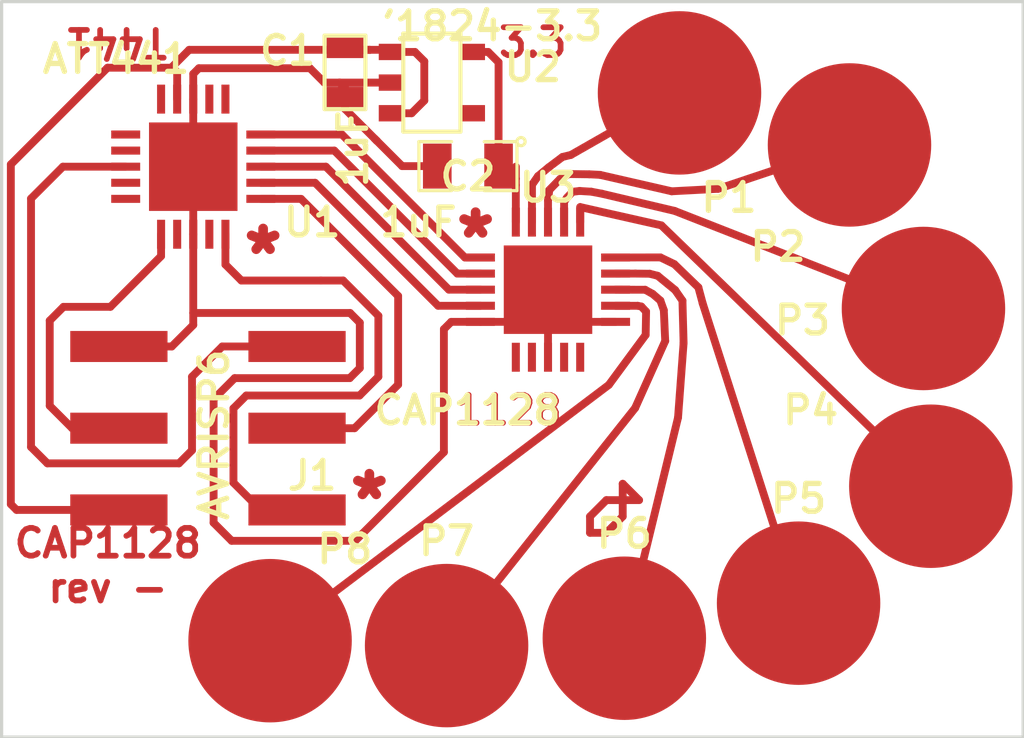
<source format=kicad_pcb>
(kicad_pcb (version 3) (host pcbnew "(2013-jul-07)-stable")

  (general
    (links 32)
    (no_connects 0)
    (area 48.717999 26.111999 80.852856 50.18539)
    (thickness 1.6)
    (drawings 11)
    (tracks 175)
    (zones 0)
    (modules 14)
    (nets 20)
  )

  (page User 139.7 139.7)
  (layers
    (15 F.Cu signal)
    (0 B.Cu signal)
    (16 B.Adhes user)
    (17 F.Adhes user)
    (18 B.Paste user)
    (19 F.Paste user)
    (20 B.SilkS user)
    (21 F.SilkS user)
    (22 B.Mask user)
    (23 F.Mask user)
    (24 Dwgs.User user)
    (25 Cmts.User user)
    (26 Eco1.User user)
    (27 Eco2.User user)
    (28 Edge.Cuts user)
  )

  (setup
    (last_trace_width 0.24384)
    (trace_clearance 0.24384)
    (zone_clearance 0.508)
    (zone_45_only no)
    (trace_min 0.2413)
    (segment_width 0.2)
    (edge_width 0.1)
    (via_size 0.889)
    (via_drill 0.635)
    (via_min_size 0.889)
    (via_min_drill 0.508)
    (uvia_size 0.508)
    (uvia_drill 0.127)
    (uvias_allowed no)
    (uvia_min_size 0.508)
    (uvia_min_drill 0.127)
    (pcb_text_width 0.3)
    (pcb_text_size 1.5 1.5)
    (mod_edge_width 0.15)
    (mod_text_size 0.8636 0.8636)
    (mod_text_width 0.1651)
    (pad_size 1.5 1.5)
    (pad_drill 0.6)
    (pad_to_mask_clearance 0)
    (aux_axis_origin 0 0)
    (visible_elements FFFFFFBF)
    (pcbplotparams
      (layerselection 32768)
      (usegerberextensions false)
      (excludeedgelayer false)
      (linewidth 0.150000)
      (plotframeref false)
      (viasonmask false)
      (mode 1)
      (useauxorigin false)
      (hpglpennumber 1)
      (hpglpenspeed 20)
      (hpglpendiameter 15)
      (hpglpenoverlay 2)
      (psnegative false)
      (psa4output false)
      (plotreference true)
      (plotvalue true)
      (plotothertext true)
      (plotinvisibletext false)
      (padsonsilk false)
      (subtractmaskfromsilk false)
      (outputformat 2)
      (mirror false)
      (drillshape 0)
      (scaleselection 1)
      (outputdirectory ""))
  )

  (net 0 "")
  (net 1 +3.3V)
  (net 2 GND)
  (net 3 N-0000015)
  (net 4 N-0000016)
  (net 5 N-0000017)
  (net 6 N-0000018)
  (net 7 SPCLK)
  (net 8 SPCS)
  (net 9 SPMISO)
  (net 10 SPMOSI)
  (net 11 T0)
  (net 12 T1)
  (net 13 T2)
  (net 14 T3)
  (net 15 T4)
  (net 16 T5)
  (net 17 T6)
  (net 18 T7)
  (net 19 VCC)

  (net_class Default "This is the default net class."
    (clearance 0.24384)
    (trace_width 0.24384)
    (via_dia 0.889)
    (via_drill 0.635)
    (uvia_dia 0.508)
    (uvia_drill 0.127)
    (add_net "")
    (add_net +3.3V)
    (add_net GND)
    (add_net N-0000015)
    (add_net N-0000016)
    (add_net N-0000017)
    (add_net N-0000018)
    (add_net SPCLK)
    (add_net SPCS)
    (add_net SPMISO)
    (add_net SPMOSI)
    (add_net T0)
    (add_net T1)
    (add_net T2)
    (add_net T3)
    (add_net T4)
    (add_net T5)
    (add_net T6)
    (add_net T7)
    (add_net VCC)
  )

  (module SM0805 (layer F.Cu) (tedit 57291C58) (tstamp 57291740)
    (at 63.26124 31.27502 180)
    (path /57290628)
    (attr smd)
    (fp_text reference C2 (at 0 -0.3175 180) (layer F.SilkS)
      (effects (font (size 0.8636 0.8636) (thickness 0.1651)))
    )
    (fp_text value 1uF (at 1.53924 -1.74498 180) (layer F.SilkS)
      (effects (font (size 0.8636 0.8636) (thickness 0.1651)))
    )
    (fp_circle (center -1.651 0.762) (end -1.651 0.635) (layer F.SilkS) (width 0.09906))
    (fp_line (start -0.508 0.762) (end -1.524 0.762) (layer F.SilkS) (width 0.09906))
    (fp_line (start -1.524 0.762) (end -1.524 -0.762) (layer F.SilkS) (width 0.09906))
    (fp_line (start -1.524 -0.762) (end -0.508 -0.762) (layer F.SilkS) (width 0.09906))
    (fp_line (start 0.508 -0.762) (end 1.524 -0.762) (layer F.SilkS) (width 0.09906))
    (fp_line (start 1.524 -0.762) (end 1.524 0.762) (layer F.SilkS) (width 0.09906))
    (fp_line (start 1.524 0.762) (end 0.508 0.762) (layer F.SilkS) (width 0.09906))
    (pad 1 smd rect (at -0.9525 0 180) (size 0.889 1.397)
      (layers F.Cu F.Paste F.Mask)
      (net 1 +3.3V)
    )
    (pad 2 smd rect (at 0.9525 0 180) (size 0.889 1.397)
      (layers F.Cu F.Paste F.Mask)
      (net 2 GND)
    )
    (model smd/chip_cms.wrl
      (at (xyz 0 0 0))
      (scale (xyz 0.1 0.1 0.1))
      (rotate (xyz 0 0 0))
    )
  )

  (module SM0603 (layer F.Cu) (tedit 57291C65) (tstamp 5729174A)
    (at 59.44108 28.36164 270)
    (path /572904A9)
    (attr smd)
    (fp_text reference C1 (at -0.67564 1.78308 360) (layer F.SilkS)
      (effects (font (size 0.8636 0.8636) (thickness 0.1651)))
    )
    (fp_text value 1uF (at 2.37236 -0.24892 270) (layer F.SilkS)
      (effects (font (size 0.8636 0.8636) (thickness 0.1651)))
    )
    (fp_line (start -1.143 -0.635) (end 1.143 -0.635) (layer F.SilkS) (width 0.127))
    (fp_line (start 1.143 -0.635) (end 1.143 0.635) (layer F.SilkS) (width 0.127))
    (fp_line (start 1.143 0.635) (end -1.143 0.635) (layer F.SilkS) (width 0.127))
    (fp_line (start -1.143 0.635) (end -1.143 -0.635) (layer F.SilkS) (width 0.127))
    (pad 1 smd rect (at -0.762 0 270) (size 0.635 1.143)
      (layers F.Cu F.Paste F.Mask)
      (net 19 VCC)
    )
    (pad 2 smd rect (at 0.762 0 270) (size 0.635 1.143)
      (layers F.Cu F.Paste F.Mask)
      (net 2 GND)
    )
    (model smd\resistors\R0603.wrl
      (at (xyz 0 0 0.001))
      (scale (xyz 0.5 0.5 0.5))
      (rotate (xyz 0 0 0))
    )
  )

  (module SOT23-5 (layer F.Cu) (tedit 57291C55) (tstamp 5729176F)
    (at 62.1411 28.67914 270)
    (path /572914E7)
    (attr smd)
    (fp_text reference U2 (at -0.48514 -3.1369 360) (layer F.SilkS)
      (effects (font (size 0.8636 0.8636) (thickness 0.1651)))
    )
    (fp_text value '1824-3.3 (at -1.75514 -1.8669 360) (layer F.SilkS)
      (effects (font (size 0.8636 0.8636) (thickness 0.1651)))
    )
    (fp_line (start 1.524 -0.889) (end 1.524 0.889) (layer F.SilkS) (width 0.127))
    (fp_line (start 1.524 0.889) (end -1.524 0.889) (layer F.SilkS) (width 0.127))
    (fp_line (start -1.524 0.889) (end -1.524 -0.889) (layer F.SilkS) (width 0.127))
    (fp_line (start -1.524 -0.889) (end 1.524 -0.889) (layer F.SilkS) (width 0.127))
    (pad 1 smd rect (at -0.9525 1.27 270) (size 0.508 0.762)
      (layers F.Cu F.Paste F.Mask)
      (net 19 VCC)
    )
    (pad 3 smd rect (at 0.9525 1.27 270) (size 0.508 0.762)
      (layers F.Cu F.Paste F.Mask)
      (net 19 VCC)
    )
    (pad 5 smd rect (at -0.9525 -1.27 270) (size 0.508 0.762)
      (layers F.Cu F.Paste F.Mask)
      (net 1 +3.3V)
    )
    (pad 2 smd rect (at 0 1.27 270) (size 0.508 0.762)
      (layers F.Cu F.Paste F.Mask)
      (net 2 GND)
    )
    (pad 4 smd rect (at 0.9525 -1.27 270) (size 0.508 0.762)
      (layers F.Cu F.Paste F.Mask)
    )
    (model smd/SOT23_5.wrl
      (at (xyz 0 0 0))
      (scale (xyz 0.1 0.1 0.1))
      (rotate (xyz 0 0 0))
    )
  )

  (module QFN20 (layer F.Cu) (tedit 57291C4A) (tstamp 57291788)
    (at 54.7243 31.2928 180)
    (path /5728FD12)
    (fp_text reference U1 (at -3.6957 -1.7272 180) (layer F.SilkS)
      (effects (font (size 0.8636 0.8636) (thickness 0.1651)))
    )
    (fp_text value ATT441 (at 2.4003 3.3528 180) (layer F.SilkS)
      (effects (font (size 0.8636 0.8636) (thickness 0.1651)))
    )
    (pad 21 smd rect (at 0 0 180) (size 2.75 2.75)
      (layers F.Cu F.Paste F.Mask)
      (net 2 GND)
    )
    (pad 1 smd rect (at -2.1 -1 180) (size 0.9 0.25)
      (layers F.Cu F.Paste F.Mask)
      (net 3 N-0000015)
    )
    (pad 2 smd rect (at -2.1 -0.5 180) (size 0.9 0.25)
      (layers F.Cu F.Paste F.Mask)
      (net 7 SPCLK)
    )
    (pad 3 smd rect (at -2.1 0 180) (size 0.9 0.25)
      (layers F.Cu F.Paste F.Mask)
      (net 9 SPMISO)
    )
    (pad 4 smd rect (at -2.1 0.5 180) (size 0.9 0.25)
      (layers F.Cu F.Paste F.Mask)
      (net 10 SPMOSI)
    )
    (pad 5 smd rect (at -2.1 1 180) (size 0.9 0.25)
      (layers F.Cu F.Paste F.Mask)
      (net 8 SPCS)
    )
    (pad 6 smd rect (at -1 2.1 270) (size 0.9 0.25)
      (layers F.Cu F.Paste F.Mask)
    )
    (pad 7 smd rect (at -0.5 2.1 270) (size 0.9 0.25)
      (layers F.Cu F.Paste F.Mask)
    )
    (pad 8 smd rect (at 0 2.1 270) (size 0.9 0.25)
      (layers F.Cu F.Paste F.Mask)
      (net 2 GND)
    )
    (pad 9 smd rect (at 0.5 2.1 270) (size 0.9 0.25)
      (layers F.Cu F.Paste F.Mask)
      (net 19 VCC)
    )
    (pad 10 smd rect (at 1 2.1 270) (size 0.9 0.25)
      (layers F.Cu F.Paste F.Mask)
    )
    (pad 11 smd rect (at 2.1 1) (size 0.9 0.25)
      (layers F.Cu F.Paste F.Mask)
    )
    (pad 12 smd rect (at 2.1 0.5) (size 0.9 0.25)
      (layers F.Cu F.Paste F.Mask)
    )
    (pad 13 smd rect (at 2.1 0) (size 0.9 0.25)
      (layers F.Cu F.Paste F.Mask)
      (net 4 N-0000016)
    )
    (pad 14 smd rect (at 2.1 -0.5) (size 0.9 0.25)
      (layers F.Cu F.Paste F.Mask)
    )
    (pad 15 smd rect (at 2.1 -1) (size 0.9 0.25)
      (layers F.Cu F.Paste F.Mask)
    )
    (pad 16 smd rect (at 1 -2.1 90) (size 0.9 0.25)
      (layers F.Cu F.Paste F.Mask)
      (net 5 N-0000017)
    )
    (pad 17 smd rect (at 0.5 -2.1 90) (size 0.9 0.25)
      (layers F.Cu F.Paste F.Mask)
    )
    (pad 18 smd rect (at 0 -2.1 90) (size 0.9 0.25)
      (layers F.Cu F.Paste F.Mask)
      (net 2 GND)
    )
    (pad 19 smd rect (at -0.5 -2.1 90) (size 0.9 0.25)
      (layers F.Cu F.Paste F.Mask)
    )
    (pad 20 smd rect (at -1 -2.1 90) (size 0.9 0.25)
      (layers F.Cu F.Paste F.Mask)
      (net 6 N-0000018)
    )
  )

  (module QFN20 (layer F.Cu) (tedit 57291DE1) (tstamp 572917A1)
    (at 65.75044 35.1155)
    (path /5729052C)
    (fp_text reference U3 (at 0 -3.175) (layer F.SilkS)
      (effects (font (size 0.8636 0.8636) (thickness 0.1651)))
    )
    (fp_text value CAP1128 (at -2.50444 3.7465) (layer F.SilkS)
      (effects (font (size 0.8636 0.8636) (thickness 0.1651)))
    )
    (pad 21 smd rect (at 0 0) (size 2.75 2.75)
      (layers F.Cu F.Paste F.Mask)
      (net 2 GND)
    )
    (pad 1 smd rect (at -2.1 -1) (size 0.9 0.25)
      (layers F.Cu F.Paste F.Mask)
      (net 8 SPCS)
    )
    (pad 2 smd rect (at -2.1 -0.5) (size 0.9 0.25)
      (layers F.Cu F.Paste F.Mask)
      (net 10 SPMOSI)
    )
    (pad 3 smd rect (at -2.1 0) (size 0.9 0.25)
      (layers F.Cu F.Paste F.Mask)
      (net 9 SPMISO)
    )
    (pad 4 smd rect (at -2.1 0.5) (size 0.9 0.25)
      (layers F.Cu F.Paste F.Mask)
      (net 7 SPCLK)
    )
    (pad 5 smd rect (at -2.1 1) (size 0.9 0.25)
      (layers F.Cu F.Paste F.Mask)
      (net 2 GND)
    )
    (pad 6 smd rect (at -1 2.1 90) (size 0.9 0.25)
      (layers F.Cu F.Paste F.Mask)
    )
    (pad 7 smd rect (at -0.5 2.1 90) (size 0.9 0.25)
      (layers F.Cu F.Paste F.Mask)
    )
    (pad 8 smd rect (at 0 2.1 90) (size 0.9 0.25)
      (layers F.Cu F.Paste F.Mask)
      (net 2 GND)
    )
    (pad 9 smd rect (at 0.5 2.1 90) (size 0.9 0.25)
      (layers F.Cu F.Paste F.Mask)
    )
    (pad 10 smd rect (at 1 2.1 90) (size 0.9 0.25)
      (layers F.Cu F.Paste F.Mask)
    )
    (pad 11 smd rect (at 2.1 1 180) (size 0.9 0.25)
      (layers F.Cu F.Paste F.Mask)
      (net 2 GND)
    )
    (pad 12 smd rect (at 2.1 0.5 180) (size 0.9 0.25)
      (layers F.Cu F.Paste F.Mask)
      (net 18 T7)
    )
    (pad 13 smd rect (at 2.1 0 180) (size 0.9 0.25)
      (layers F.Cu F.Paste F.Mask)
      (net 17 T6)
    )
    (pad 14 smd rect (at 2.1 -0.5 180) (size 0.9 0.25)
      (layers F.Cu F.Paste F.Mask)
      (net 16 T5)
    )
    (pad 15 smd rect (at 2.1 -1 180) (size 0.9 0.25)
      (layers F.Cu F.Paste F.Mask)
      (net 15 T4)
    )
    (pad 16 smd rect (at 1 -2.1 270) (size 0.9 0.25)
      (layers F.Cu F.Paste F.Mask)
      (net 14 T3)
    )
    (pad 17 smd rect (at 0.5 -2.1 270) (size 0.9 0.25)
      (layers F.Cu F.Paste F.Mask)
      (net 13 T2)
    )
    (pad 18 smd rect (at 0 -2.1 270) (size 0.9 0.25)
      (layers F.Cu F.Paste F.Mask)
      (net 12 T1)
    )
    (pad 19 smd rect (at -0.5 -2.1 270) (size 0.9 0.25)
      (layers F.Cu F.Paste F.Mask)
      (net 11 T0)
    )
    (pad 20 smd rect (at -1 -2.1 270) (size 0.9 0.25)
      (layers F.Cu F.Paste F.Mask)
      (net 1 +3.3V)
    )
  )

  (module .2SMTPIN (layer F.Cu) (tedit 57291C79) (tstamp 572917A6)
    (at 69.8373 28.99918)
    (path /572917CF)
    (fp_text reference P1 (at 1.5367 3.25882) (layer F.SilkS)
      (effects (font (size 0.8636 0.8636) (thickness 0.1651)))
    )
    (fp_text value CONN_1 (at 0 3.25) (layer F.SilkS) hide
      (effects (font (size 0.8636 0.8636) (thickness 0.1651)))
    )
    (pad 1 smd circle (at 0 0) (size 5.08 5.08)
      (layers F.Cu F.Paste F.Mask)
      (net 11 T0)
    )
  )

  (module .2SMTPIN (layer F.Cu) (tedit 57291C7C) (tstamp 572917AB)
    (at 75.1205 30.61716)
    (path /57291807)
    (fp_text reference P2 (at -2.2225 3.16484) (layer F.SilkS)
      (effects (font (size 0.8636 0.8636) (thickness 0.1651)))
    )
    (fp_text value CONN_1 (at 0 3.25) (layer F.SilkS) hide
      (effects (font (size 0.8636 0.8636) (thickness 0.1651)))
    )
    (pad 1 smd circle (at 0 0) (size 5.08 5.08)
      (layers F.Cu F.Paste F.Mask)
      (net 12 T1)
    )
  )

  (module .2SMTPIN (layer F.Cu) (tedit 57291C7E) (tstamp 572917B0)
    (at 77.4192 35.6997)
    (path /5729180E)
    (fp_text reference P3 (at -3.7592 0.3683) (layer F.SilkS)
      (effects (font (size 0.8636 0.8636) (thickness 0.1651)))
    )
    (fp_text value CONN_1 (at 0 3.25) (layer F.SilkS) hide
      (effects (font (size 0.8636 0.8636) (thickness 0.1651)))
    )
    (pad 1 smd circle (at 0 0) (size 5.08 5.08)
      (layers F.Cu F.Paste F.Mask)
      (net 13 T2)
    )
  )

  (module .2SMTPIN (layer F.Cu) (tedit 57291C81) (tstamp 572917B5)
    (at 77.6478 41.2242)
    (path /57291815)
    (fp_text reference P4 (at -3.7338 -2.3622) (layer F.SilkS)
      (effects (font (size 0.8636 0.8636) (thickness 0.1651)))
    )
    (fp_text value CONN_1 (at 0 3.25) (layer F.SilkS) hide
      (effects (font (size 0.8636 0.8636) (thickness 0.1651)))
    )
    (pad 1 smd circle (at 0 0) (size 5.08 5.08)
      (layers F.Cu F.Paste F.Mask)
      (net 14 T3)
    )
  )

  (module .2SMTPIN (layer F.Cu) (tedit 57291C0D) (tstamp 572917BA)
    (at 73.53808 44.85894)
    (path /5729181C)
    (fp_text reference P5 (at 0 -3.25) (layer F.SilkS)
      (effects (font (size 0.8636 0.8636) (thickness 0.1651)))
    )
    (fp_text value CONN_1 (at 0 3.25) (layer F.SilkS) hide
      (effects (font (size 0.8636 0.8636) (thickness 0.1651)))
    )
    (pad 1 smd circle (at 0 0) (size 5.08 5.08)
      (layers F.Cu F.Paste F.Mask)
      (net 15 T4)
    )
  )

  (module .2SMTPIN (layer F.Cu) (tedit 57291C0B) (tstamp 572917BF)
    (at 68.1228 45.9486)
    (path /57291823)
    (fp_text reference P6 (at 0 -3.25) (layer F.SilkS)
      (effects (font (size 0.8636 0.8636) (thickness 0.1651)))
    )
    (fp_text value CONN_1 (at 0 3.25) (layer F.SilkS) hide
      (effects (font (size 0.8636 0.8636) (thickness 0.1651)))
    )
    (pad 1 smd circle (at 0 0) (size 5.08 5.08)
      (layers F.Cu F.Paste F.Mask)
      (net 16 T5)
    )
  )

  (module .2SMTPIN (layer F.Cu) (tedit 57291C08) (tstamp 572917C4)
    (at 62.5983 46.1772)
    (path /5729182A)
    (fp_text reference P7 (at 0 -3.25) (layer F.SilkS)
      (effects (font (size 0.8636 0.8636) (thickness 0.1651)))
    )
    (fp_text value CONN_1 (at 0 3.25) (layer F.SilkS) hide
      (effects (font (size 0.8636 0.8636) (thickness 0.1651)))
    )
    (pad 1 smd circle (at 0 0) (size 5.08 5.08)
      (layers F.Cu F.Paste F.Mask)
      (net 17 T6)
    )
  )

  (module .2SMTPIN (layer F.Cu) (tedit 57291C8D) (tstamp 572917C9)
    (at 57.1119 46.0248)
    (path /57291831)
    (fp_text reference P8 (at 2.3241 -2.8448) (layer F.SilkS)
      (effects (font (size 0.8636 0.8636) (thickness 0.1651)))
    )
    (fp_text value CONN_1 (at 0 3.25) (layer F.SilkS) hide
      (effects (font (size 0.8636 0.8636) (thickness 0.1651)))
    )
    (pad 1 smd circle (at 0 0) (size 5.08 5.08)
      (layers F.Cu F.Paste F.Mask)
      (net 18 T7)
    )
  )

  (module RIBBON6SMT (layer F.Cu) (tedit 57291CDD) (tstamp 572917D3)
    (at 52.4129 41.9608 90)
    (path /57290335)
    (fp_text reference J1 (at 1.0668 6.0071 180) (layer F.SilkS)
      (effects (font (size 0.8636 0.8636) (thickness 0.1651)))
    )
    (fp_text value AVRISP6 (at 2.3368 2.9591 90) (layer F.SilkS)
      (effects (font (size 0.8636 0.8636) (thickness 0.1651)))
    )
    (pad 2 smd rect (at 0 0 90) (size 0.9652 3.0226)
      (layers F.Cu F.Paste F.Mask)
      (net 19 VCC)
    )
    (pad 4 smd rect (at 2.54 0 90) (size 0.9652 3.0226)
      (layers F.Cu F.Paste F.Mask)
      (net 5 N-0000017)
    )
    (pad 6 smd rect (at 5.08 0 90) (size 0.9652 3.0226)
      (layers F.Cu F.Paste F.Mask)
      (net 2 GND)
    )
    (pad 1 smd rect (at 0 5.5372 90) (size 0.9652 3.0226)
      (layers F.Cu F.Paste F.Mask)
      (net 6 N-0000018)
    )
    (pad 3 smd rect (at 2.54 5.5372 90) (size 0.9652 3.0226)
      (layers F.Cu F.Paste F.Mask)
      (net 3 N-0000015)
    )
    (pad 5 smd rect (at 5.08 5.5372 90) (size 0.9652 3.0226)
      (layers F.Cu F.Paste F.Mask)
      (net 4 N-0000016)
    )
  )

  (gr_text "CAP1128\nrev -" (at 52.07 43.688) (layer F.Cu)
    (effects (font (size 0.8636 0.8636) (thickness 0.1778)))
  )
  (gr_text * (at 60.198 41.656) (layer F.Cu)
    (effects (font (size 1.5 1.5) (thickness 0.3)))
  )
  (gr_text 3.3 (at 65.278 27.432) (layer F.Cu)
    (effects (font (size 0.8636 0.8636) (thickness 0.1778)))
  )
  (gr_text 1128 (at 64.516 38.862) (layer F.Cu)
    (effects (font (size 0.8636 0.8636) (thickness 0.1778)))
  )
  (gr_text T441 (at 52.324 27.432 180) (layer F.Cu)
    (effects (font (size 0.8636 0.8636) (thickness 0.1778)))
  )
  (gr_line (start 80.518 26.162) (end 48.768 26.162) (angle 90) (layer Edge.Cuts) (width 0.1))
  (gr_line (start 80.518 49.022) (end 80.518 26.162) (angle 90) (layer Edge.Cuts) (width 0.1))
  (gr_line (start 48.768 49.022) (end 80.518 49.022) (angle 90) (layer Edge.Cuts) (width 0.1))
  (gr_line (start 48.768 26.162) (end 48.768 49.022) (angle 90) (layer Edge.Cuts) (width 0.1))
  (gr_text * (at 63.5 33.528) (layer F.Cu)
    (effects (font (size 1.5 1.5) (thickness 0.3)))
  )
  (gr_text * (at 56.896 34.036) (layer F.Cu)
    (effects (font (size 1.5 1.5) (thickness 0.3)))
  )

  (segment (start 67.056 42.672) (end 67.056 42.164) (width 0.24384) (layer F.Cu) (net 0))
  (segment (start 67.564 42.672) (end 67.056 42.672) (width 0.24384) (layer F.Cu) (net 0) (tstamp 57291BA2))
  (segment (start 68.072 42.164) (end 67.564 42.672) (width 0.24384) (layer F.Cu) (net 0) (tstamp 57291BA1))
  (segment (start 68.072 41.656) (end 68.072 42.164) (width 0.24384) (layer F.Cu) (net 0) (tstamp 57291BA0))
  (segment (start 67.564 41.656) (end 68.072 41.656) (width 0.24384) (layer F.Cu) (net 0) (tstamp 57291B9C))
  (segment (start 67.056 42.164) (end 67.564 41.656) (width 0.24384) (layer F.Cu) (net 0) (tstamp 57291B9A))
  (segment (start 68.072 41.656) (end 68.072 41.148) (width 0.24384) (layer F.Cu) (net 0) (tstamp 57291B9D))
  (segment (start 68.072 41.148) (end 68.58 41.656) (width 0.24384) (layer F.Cu) (net 0) (tstamp 57291B9E))
  (segment (start 68.58 41.656) (end 68.072 41.656) (width 0.24384) (layer F.Cu) (net 0) (tstamp 57291B9F))
  (segment (start 64.21374 31.27502) (end 64.21374 28.04922) (width 0.24384) (layer F.Cu) (net 1))
  (segment (start 63.89116 27.72664) (end 63.4111 27.72664) (width 0.24384) (layer F.Cu) (net 1) (tstamp 57291B92))
  (segment (start 64.21374 28.04922) (end 63.89116 27.72664) (width 0.24384) (layer F.Cu) (net 1) (tstamp 57291B91))
  (segment (start 64.75044 31.66618) (end 64.6049 31.66618) (width 0.24384) (layer F.Cu) (net 1))
  (segment (start 64.6049 31.66618) (end 64.21374 31.27502) (width 0.24384) (layer F.Cu) (net 1) (tstamp 57291B8C))
  (segment (start 64.75044 31.86608) (end 64.75044 33.0155) (width 0.24384) (layer F.Cu) (net 1))
  (segment (start 64.75044 31.29204) (end 64.75044 31.66618) (width 0.24384) (layer F.Cu) (net 1) (tstamp 57291B71))
  (segment (start 64.75044 31.66618) (end 64.75044 31.86608) (width 0.24384) (layer F.Cu) (net 1) (tstamp 57291B8A))
  (segment (start 62.30874 31.27502) (end 61.21654 31.27502) (width 0.24384) (layer F.Cu) (net 2))
  (segment (start 61.21654 31.27502) (end 60.4266 30.48508) (width 0.24384) (layer F.Cu) (net 2) (tstamp 57291B95))
  (segment (start 55.35676 39.17188) (end 55.35676 42.35958) (width 0.24384) (layer F.Cu) (net 2))
  (segment (start 59.59856 35.8394) (end 59.90082 36.14166) (width 0.24384) (layer F.Cu) (net 2) (tstamp 57291A3C))
  (segment (start 59.90082 36.14166) (end 59.90082 37.55136) (width 0.24384) (layer F.Cu) (net 2) (tstamp 57291A3D))
  (segment (start 59.90082 37.55136) (end 59.5884 37.86378) (width 0.24384) (layer F.Cu) (net 2) (tstamp 57291A3F))
  (segment (start 59.5884 37.86378) (end 56.01208 37.86378) (width 0.24384) (layer F.Cu) (net 2) (tstamp 57291A40))
  (segment (start 56.01208 37.86378) (end 55.35676 38.5191) (width 0.24384) (layer F.Cu) (net 2) (tstamp 57291A41))
  (segment (start 55.35676 38.5191) (end 55.35676 39.17188) (width 0.24384) (layer F.Cu) (net 2) (tstamp 57291A42))
  (segment (start 54.7243 35.8394) (end 59.59856 35.8394) (width 0.24384) (layer F.Cu) (net 2))
  (segment (start 62.7413 36.1155) (end 63.65044 36.1155) (width 0.24384) (layer F.Cu) (net 2) (tstamp 57291A72))
  (segment (start 62.51448 36.34232) (end 62.7413 36.1155) (width 0.24384) (layer F.Cu) (net 2) (tstamp 57291A71))
  (segment (start 62.51448 40.16502) (end 62.51448 36.34232) (width 0.24384) (layer F.Cu) (net 2) (tstamp 57291A6F))
  (segment (start 59.75858 42.92092) (end 62.51448 40.16502) (width 0.24384) (layer F.Cu) (net 2) (tstamp 57291A6D))
  (segment (start 55.9181 42.92092) (end 59.75858 42.92092) (width 0.24384) (layer F.Cu) (net 2) (tstamp 57291A6C))
  (segment (start 55.35676 42.35958) (end 55.9181 42.92092) (width 0.24384) (layer F.Cu) (net 2) (tstamp 57291A6B))
  (segment (start 67.85044 36.1155) (end 66.75044 36.1155) (width 0.24384) (layer F.Cu) (net 2))
  (segment (start 66.75044 36.1155) (end 65.75044 35.1155) (width 0.24384) (layer F.Cu) (net 2) (tstamp 57291A23))
  (segment (start 65.75044 37.2155) (end 65.75044 35.1155) (width 0.24384) (layer F.Cu) (net 2))
  (segment (start 63.65044 36.1155) (end 64.75044 36.1155) (width 0.24384) (layer F.Cu) (net 2))
  (segment (start 64.75044 36.1155) (end 65.75044 35.1155) (width 0.24384) (layer F.Cu) (net 2) (tstamp 57291A1C))
  (segment (start 59.44108 29.12364) (end 59.44108 29.49956) (width 0.24384) (layer F.Cu) (net 2))
  (segment (start 59.44108 29.49956) (end 60.4266 30.48508) (width 0.24384) (layer F.Cu) (net 2) (tstamp 57291914))
  (segment (start 60.4266 30.48508) (end 60.3631 30.42158) (width 0.24384) (layer F.Cu) (net 2) (tstamp 57291B5B))
  (segment (start 59.44108 29.12364) (end 59.44108 28.84932) (width 0.24384) (layer F.Cu) (net 2))
  (segment (start 59.44108 28.84932) (end 59.2709 28.67914) (width 0.24384) (layer F.Cu) (net 2) (tstamp 57291902))
  (segment (start 54.7243 29.1928) (end 54.7243 28.40736) (width 0.24384) (layer F.Cu) (net 2))
  (segment (start 58.79846 28.67914) (end 59.2709 28.67914) (width 0.24384) (layer F.Cu) (net 2) (tstamp 572918EA))
  (segment (start 59.2709 28.67914) (end 60.8711 28.67914) (width 0.24384) (layer F.Cu) (net 2) (tstamp 57291905))
  (segment (start 58.35142 28.2321) (end 58.79846 28.67914) (width 0.24384) (layer F.Cu) (net 2) (tstamp 572918E9))
  (segment (start 54.89956 28.2321) (end 58.35142 28.2321) (width 0.24384) (layer F.Cu) (net 2) (tstamp 572918E8))
  (segment (start 54.7243 28.40736) (end 54.89956 28.2321) (width 0.24384) (layer F.Cu) (net 2) (tstamp 572918E7))
  (segment (start 54.7243 33.3928) (end 54.7243 35.8394) (width 0.24384) (layer F.Cu) (net 2))
  (segment (start 54.7243 35.8394) (end 54.7243 36.21278) (width 0.24384) (layer F.Cu) (net 2) (tstamp 57291A3A))
  (segment (start 54.05628 36.8808) (end 52.4129 36.8808) (width 0.24384) (layer F.Cu) (net 2) (tstamp 57291881))
  (segment (start 54.7243 36.21278) (end 54.05628 36.8808) (width 0.24384) (layer F.Cu) (net 2) (tstamp 57291880))
  (segment (start 54.7243 33.3928) (end 54.7243 31.2928) (width 0.24384) (layer F.Cu) (net 2))
  (segment (start 54.7243 29.1928) (end 54.7243 31.2928) (width 0.24384) (layer F.Cu) (net 2))
  (segment (start 57.9501 39.4208) (end 59.73826 39.4208) (width 0.24384) (layer F.Cu) (net 3))
  (segment (start 60.5028 34.7218) (end 58.0738 32.2928) (width 0.24384) (layer F.Cu) (net 3) (tstamp 572918B4))
  (segment (start 58.0738 32.2928) (end 56.8243 32.2928) (width 0.24384) (layer F.Cu) (net 3) (tstamp 572918B6))
  (segment (start 61.09208 35.31108) (end 60.5028 34.7218) (width 0.24384) (layer F.Cu) (net 3) (tstamp 57291A68))
  (segment (start 61.09208 38.06698) (end 61.09208 35.31108) (width 0.24384) (layer F.Cu) (net 3) (tstamp 57291A66))
  (segment (start 59.73826 39.4208) (end 61.09208 38.06698) (width 0.24384) (layer F.Cu) (net 3) (tstamp 57291A64))
  (segment (start 57.9501 39.4208) (end 59.4106 39.4208) (width 0.24384) (layer F.Cu) (net 3))
  (segment (start 57.9501 36.8808) (end 55.626 36.8808) (width 0.24384) (layer F.Cu) (net 4))
  (segment (start 54.6862 40.1066) (end 54.2798 40.513) (width 0.24384) (layer F.Cu) (net 4) (tstamp 57291A48))
  (segment (start 54.6862 37.8206) (end 54.6862 40.1066) (width 0.24384) (layer F.Cu) (net 4) (tstamp 57291A47))
  (segment (start 55.626 36.8808) (end 54.6862 37.8206) (width 0.24384) (layer F.Cu) (net 4) (tstamp 57291A45))
  (segment (start 57.9501 36.8808) (end 57.0738 36.8808) (width 0.24384) (layer F.Cu) (net 4))
  (segment (start 54.2798 40.513) (end 50.1904 40.513) (width 0.24384) (layer F.Cu) (net 4) (tstamp 57291A4B))
  (segment (start 50.673 31.2928) (end 52.6243 31.2928) (width 0.24384) (layer F.Cu) (net 4) (tstamp 5729189A))
  (segment (start 49.6824 32.2834) (end 50.673 31.2928) (width 0.24384) (layer F.Cu) (net 4) (tstamp 57291899))
  (segment (start 49.6824 40.005) (end 49.6824 32.2834) (width 0.24384) (layer F.Cu) (net 4) (tstamp 57291898))
  (segment (start 50.1904 40.513) (end 49.6824 40.005) (width 0.24384) (layer F.Cu) (net 4) (tstamp 57291894))
  (segment (start 53.7243 33.3928) (end 53.7243 34.07334) (width 0.24384) (layer F.Cu) (net 5))
  (segment (start 50.96002 39.4208) (end 52.4129 39.4208) (width 0.24384) (layer F.Cu) (net 5) (tstamp 5729188C))
  (segment (start 50.26406 38.72484) (end 50.96002 39.4208) (width 0.24384) (layer F.Cu) (net 5) (tstamp 5729188B))
  (segment (start 50.26406 36.07562) (end 50.26406 38.72484) (width 0.24384) (layer F.Cu) (net 5) (tstamp 5729188A))
  (segment (start 50.69078 35.6489) (end 50.26406 36.07562) (width 0.24384) (layer F.Cu) (net 5) (tstamp 57291889))
  (segment (start 52.14874 35.6489) (end 50.69078 35.6489) (width 0.24384) (layer F.Cu) (net 5) (tstamp 57291885))
  (segment (start 53.7243 34.07334) (end 52.14874 35.6489) (width 0.24384) (layer F.Cu) (net 5) (tstamp 57291884))
  (segment (start 58.68924 34.83102) (end 59.38266 34.83102) (width 0.24384) (layer F.Cu) (net 6))
  (segment (start 58.68924 34.83102) (end 56.22036 34.83102) (width 0.24384) (layer F.Cu) (net 6) (tstamp 572918AE))
  (segment (start 56.22036 34.83102) (end 55.7243 34.33496) (width 0.24384) (layer F.Cu) (net 6) (tstamp 572918B0))
  (segment (start 55.7243 33.3928) (end 55.7243 34.33496) (width 0.24384) (layer F.Cu) (net 6) (tstamp 572918B1))
  (segment (start 56.8198 41.9608) (end 57.9501 41.9608) (width 0.24384) (layer F.Cu) (net 6) (tstamp 57291A60))
  (segment (start 55.97398 41.11498) (end 56.8198 41.9608) (width 0.24384) (layer F.Cu) (net 6) (tstamp 57291A5F))
  (segment (start 55.97398 38.80358) (end 55.97398 41.11498) (width 0.24384) (layer F.Cu) (net 6) (tstamp 57291A5E))
  (segment (start 56.37276 38.4048) (end 55.97398 38.80358) (width 0.24384) (layer F.Cu) (net 6) (tstamp 57291A5D))
  (segment (start 59.8932 38.4048) (end 56.37276 38.4048) (width 0.24384) (layer F.Cu) (net 6) (tstamp 57291A5C))
  (segment (start 60.4774 37.8206) (end 59.8932 38.4048) (width 0.24384) (layer F.Cu) (net 6) (tstamp 57291A5B))
  (segment (start 60.4774 35.92576) (end 60.4774 37.8206) (width 0.24384) (layer F.Cu) (net 6) (tstamp 57291A59))
  (segment (start 59.38266 34.83102) (end 60.4774 35.92576) (width 0.24384) (layer F.Cu) (net 6) (tstamp 57291A58))
  (segment (start 57.9501 41.9608) (end 57.1754 41.9608) (width 0.24384) (layer F.Cu) (net 6))
  (segment (start 63.65044 35.6155) (end 62.33376 35.6155) (width 0.24384) (layer F.Cu) (net 7))
  (segment (start 58.51106 31.7928) (end 56.8243 31.7928) (width 0.24384) (layer F.Cu) (net 7) (tstamp 57291A0B))
  (segment (start 62.33376 35.6155) (end 58.51106 31.7928) (width 0.24384) (layer F.Cu) (net 7) (tstamp 57291A0A))
  (segment (start 63.65044 34.1155) (end 63.16802 34.1155) (width 0.24384) (layer F.Cu) (net 8))
  (segment (start 59.34532 30.2928) (end 56.8243 30.2928) (width 0.24384) (layer F.Cu) (net 8) (tstamp 572919FA))
  (segment (start 63.16802 34.1155) (end 59.34532 30.2928) (width 0.24384) (layer F.Cu) (net 8) (tstamp 572919F9))
  (segment (start 56.8243 31.2928) (end 58.84672 31.2928) (width 0.24384) (layer F.Cu) (net 9))
  (segment (start 62.66942 35.1155) (end 63.65044 35.1155) (width 0.24384) (layer F.Cu) (net 9) (tstamp 57291A06))
  (segment (start 58.84672 31.2928) (end 62.66942 35.1155) (width 0.24384) (layer F.Cu) (net 9) (tstamp 57291A05))
  (segment (start 63.65044 34.6155) (end 62.93142 34.6155) (width 0.24384) (layer F.Cu) (net 10))
  (segment (start 59.10872 30.7928) (end 56.8243 30.7928) (width 0.24384) (layer F.Cu) (net 10) (tstamp 57291A01))
  (segment (start 62.93142 34.6155) (end 59.10872 30.7928) (width 0.24384) (layer F.Cu) (net 10) (tstamp 57291A00))
  (segment (start 65.25044 33.0155) (end 65.2526 31.85668) (width 0.24384) (layer F.Cu) (net 11) (tstamp 57291B26))
  (segment (start 66.46164 30.92704) (end 69.8373 28.99918) (width 0.24384) (layer F.Cu) (net 11) (tstamp 57291B30))
  (segment (start 66.20002 30.99054) (end 66.46164 30.92704) (width 0.24384) (layer F.Cu) (net 11) (tstamp 57291B2F))
  (segment (start 65.77076 31.31312) (end 66.20002 30.99054) (width 0.24384) (layer F.Cu) (net 11) (tstamp 57291B2C))
  (segment (start 65.44056 31.5849) (end 65.77076 31.31312) (width 0.24384) (layer F.Cu) (net 11) (tstamp 57291B2B))
  (segment (start 65.2526 31.85668) (end 65.44056 31.5849) (width 0.24384) (layer F.Cu) (net 11) (tstamp 57291B2A))
  (segment (start 65.75044 33.0155) (end 65.75044 32.34182) (width 0.24384) (layer F.Cu) (net 12) (tstamp 57291B18))
  (segment (start 71.03872 31.98114) (end 69.59346 32.05734) (width 0.24384) (layer F.Cu) (net 12) (tstamp 57291B08))
  (segment (start 69.59346 32.05734) (end 67.36842 31.5468) (width 0.24384) (layer F.Cu) (net 12) (tstamp 57291B0E))
  (segment (start 67.36842 31.5468) (end 67.0306 31.52902) (width 0.24384) (layer F.Cu) (net 12) (tstamp 57291B10))
  (segment (start 71.03872 31.98114) (end 75.1205 30.61716) (width 0.24384) (layer F.Cu) (net 12) (tstamp 57291B07))
  (segment (start 66.39306 31.5214) (end 67.0306 31.52902) (width 0.24384) (layer F.Cu) (net 12) (tstamp 57291B22))
  (segment (start 66.12382 31.67634) (end 66.39306 31.5214) (width 0.24384) (layer F.Cu) (net 12) (tstamp 57291B1F))
  (segment (start 65.79108 32.0167) (end 66.12382 31.67634) (width 0.24384) (layer F.Cu) (net 12) (tstamp 57291B1D))
  (segment (start 65.75044 32.34182) (end 65.79108 32.0167) (width 0.24384) (layer F.Cu) (net 12) (tstamp 57291B1B))
  (segment (start 66.25044 33.0155) (end 66.25082 32.385) (width 0.24384) (layer F.Cu) (net 13) (tstamp 57291AE1))
  (segment (start 69.6849 32.66694) (end 77.4192 35.6997) (width 0.24384) (layer F.Cu) (net 13) (tstamp 57291AF7))
  (segment (start 67.42938 32.13354) (end 69.6849 32.66694) (width 0.24384) (layer F.Cu) (net 13) (tstamp 57291AF3))
  (segment (start 67.09664 32.07004) (end 67.42938 32.13354) (width 0.24384) (layer F.Cu) (net 13) (tstamp 57291AF2))
  (segment (start 66.73342 32.04718) (end 67.09664 32.07004) (width 0.24384) (layer F.Cu) (net 13) (tstamp 57291AF0))
  (segment (start 66.51244 32.07258) (end 66.73342 32.04718) (width 0.24384) (layer F.Cu) (net 13) (tstamp 57291AEC))
  (segment (start 66.33972 32.25546) (end 66.51244 32.07258) (width 0.24384) (layer F.Cu) (net 13) (tstamp 57291AE7))
  (segment (start 66.25082 32.385) (end 66.33972 32.25546) (width 0.24384) (layer F.Cu) (net 13) (tstamp 57291AE5))
  (segment (start 66.75044 33.0155) (end 66.7512 32.54756) (width 0.24384) (layer F.Cu) (net 14) (tstamp 57291AD9))
  (segment (start 69.27342 33.11652) (end 77.6478 41.2242) (width 0.24384) (layer F.Cu) (net 14) (tstamp 57291AB4))
  (segment (start 66.7512 32.54756) (end 69.27342 33.11652) (width 0.24384) (layer F.Cu) (net 14) (tstamp 57291ADC))
  (segment (start 67.85044 34.1155) (end 69.24294 34.1122) (width 0.24384) (layer F.Cu) (net 15) (tstamp 57291AA6))
  (segment (start 70.55866 35.54476) (end 73.53808 44.85894) (width 0.24384) (layer F.Cu) (net 15) (tstamp 57291AB0))
  (segment (start 70.42404 35.04438) (end 70.55866 35.54476) (width 0.24384) (layer F.Cu) (net 15) (tstamp 57291AAF))
  (segment (start 69.67474 34.32048) (end 70.42404 35.04438) (width 0.24384) (layer F.Cu) (net 15) (tstamp 57291AAD))
  (segment (start 69.24294 34.1122) (end 69.67474 34.32048) (width 0.24384) (layer F.Cu) (net 15) (tstamp 57291AAA))
  (segment (start 68.1228 45.9486) (end 69.79158 39.0906) (width 0.24384) (layer F.Cu) (net 16) (tstamp 57291A8B))
  (segment (start 68.4657 34.61512) (end 67.85044 34.6155) (width 0.24384) (layer F.Cu) (net 16) (tstamp 57291AA3))
  (segment (start 68.91274 34.6202) (end 68.4657 34.61512) (width 0.24384) (layer F.Cu) (net 16) (tstamp 57291A9A))
  (segment (start 69.15912 34.6837) (end 68.91274 34.6202) (width 0.24384) (layer F.Cu) (net 16) (tstamp 57291A92))
  (segment (start 69.70014 35.12566) (end 69.15912 34.6837) (width 0.24384) (layer F.Cu) (net 16) (tstamp 57291A91))
  (segment (start 69.92874 35.45586) (end 69.70014 35.12566) (width 0.24384) (layer F.Cu) (net 16) (tstamp 57291A90))
  (segment (start 69.9643 36.77158) (end 69.92874 35.45586) (width 0.24384) (layer F.Cu) (net 16) (tstamp 57291A8E))
  (segment (start 69.79158 39.0906) (end 69.9643 36.77158) (width 0.24384) (layer F.Cu) (net 16) (tstamp 57291A8D))
  (segment (start 67.85044 35.1155) (end 68.7705 35.11804) (width 0.24384) (layer F.Cu) (net 17) (tstamp 57291A81))
  (segment (start 68.45808 38.79342) (end 62.5983 46.1772) (width 0.24384) (layer F.Cu) (net 17) (tstamp 57291A87))
  (segment (start 69.3928 36.71062) (end 68.45808 38.79342) (width 0.24384) (layer F.Cu) (net 17) (tstamp 57291A86))
  (segment (start 69.34962 35.75304) (end 69.3928 36.71062) (width 0.24384) (layer F.Cu) (net 17) (tstamp 57291A85))
  (segment (start 69.24294 35.45332) (end 69.34962 35.75304) (width 0.24384) (layer F.Cu) (net 17) (tstamp 57291A84))
  (segment (start 69.00418 35.24758) (end 69.24294 35.45332) (width 0.24384) (layer F.Cu) (net 17) (tstamp 57291A83))
  (segment (start 68.7705 35.11804) (end 69.00418 35.24758) (width 0.24384) (layer F.Cu) (net 17) (tstamp 57291A82))
  (segment (start 57.1119 46.0248) (end 67.6402 38.0746) (width 0.24384) (layer F.Cu) (net 18) (tstamp 57291A76))
  (segment (start 68.53936 35.61588) (end 67.85044 35.6155) (width 0.24384) (layer F.Cu) (net 18) (tstamp 57291A7E))
  (segment (start 68.65112 35.63874) (end 68.53936 35.61588) (width 0.24384) (layer F.Cu) (net 18) (tstamp 57291A7D))
  (segment (start 68.79844 35.79622) (end 68.65112 35.63874) (width 0.24384) (layer F.Cu) (net 18) (tstamp 57291A7C))
  (segment (start 68.78574 36.52012) (end 68.79844 35.79622) (width 0.24384) (layer F.Cu) (net 18) (tstamp 57291A7B))
  (segment (start 67.6402 38.0746) (end 68.78574 36.52012) (width 0.24384) (layer F.Cu) (net 18) (tstamp 57291A77))
  (segment (start 60.21324 27.6606) (end 59.50204 27.6606) (width 0.24384) (layer F.Cu) (net 19))
  (segment (start 59.50204 27.6606) (end 59.44108 27.59964) (width 0.24384) (layer F.Cu) (net 19) (tstamp 572918FF))
  (segment (start 60.8711 29.63164) (end 61.51118 29.63164) (width 0.24384) (layer F.Cu) (net 19))
  (segment (start 61.61278 27.72664) (end 60.8711 27.72664) (width 0.24384) (layer F.Cu) (net 19) (tstamp 572918F0))
  (segment (start 61.90488 28.01874) (end 61.61278 27.72664) (width 0.24384) (layer F.Cu) (net 19) (tstamp 572918EF))
  (segment (start 61.90488 29.23794) (end 61.90488 28.01874) (width 0.24384) (layer F.Cu) (net 19) (tstamp 572918EE))
  (segment (start 61.51118 29.63164) (end 61.90488 29.23794) (width 0.24384) (layer F.Cu) (net 19) (tstamp 572918ED))
  (segment (start 54.04104 28.21686) (end 54.5973 27.6606) (width 0.24384) (layer F.Cu) (net 19))
  (segment (start 60.80506 27.6606) (end 60.8711 27.72664) (width 0.24384) (layer F.Cu) (net 19) (tstamp 572918E4))
  (segment (start 54.5973 27.6606) (end 60.21324 27.6606) (width 0.24384) (layer F.Cu) (net 19) (tstamp 572918E3))
  (segment (start 60.21324 27.6606) (end 60.80506 27.6606) (width 0.24384) (layer F.Cu) (net 19) (tstamp 572918FD))
  (segment (start 54.2243 29.1928) (end 54.2243 28.3544) (width 0.24384) (layer F.Cu) (net 19))
  (segment (start 49.23282 41.9608) (end 52.4129 41.9608) (width 0.24384) (layer F.Cu) (net 19) (tstamp 572918C1))
  (segment (start 49.05502 41.783) (end 49.23282 41.9608) (width 0.24384) (layer F.Cu) (net 19) (tstamp 572918C0))
  (segment (start 49.05502 31.22168) (end 49.05502 41.783) (width 0.24384) (layer F.Cu) (net 19) (tstamp 572918BE))
  (segment (start 52.05984 28.21686) (end 49.05502 31.22168) (width 0.24384) (layer F.Cu) (net 19) (tstamp 572918BC))
  (segment (start 54.08676 28.21686) (end 54.04104 28.21686) (width 0.24384) (layer F.Cu) (net 19) (tstamp 572918BB))
  (segment (start 54.04104 28.21686) (end 52.05984 28.21686) (width 0.24384) (layer F.Cu) (net 19) (tstamp 572918E1))
  (segment (start 54.2243 28.3544) (end 54.08676 28.21686) (width 0.24384) (layer F.Cu) (net 19) (tstamp 572918BA))

)

</source>
